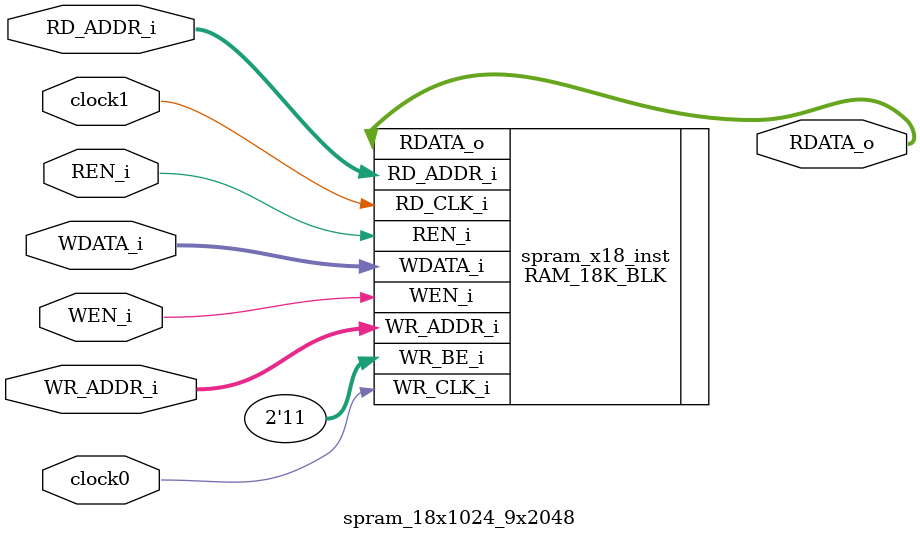
<source format=v>
module spram_9x2048_18x1024 (
    WEN_i,
    REN_i,
    clock0,
    clock1,
    WR_ADDR_i,
    RD_ADDR_i,
    WDATA_i,
    RDATA_o
);

parameter WR_ADDR_WIDTH = 11;
parameter RD_ADDR_WIDTH = 10;
parameter WR_DATA_WIDTH = 9;
parameter RD_DATA_WIDTH = 18;
parameter BE_WIDTH = 1;

input wire WEN_i;
input wire REN_i;
input wire clock0;
input wire clock1;
input wire [WR_ADDR_WIDTH-1 :0] WR_ADDR_i;
input wire [RD_ADDR_WIDTH-1 :0] RD_ADDR_i;
input wire [WR_DATA_WIDTH-1 :0] WDATA_i;
output wire [RD_DATA_WIDTH-1 :0] RDATA_o;

RAM_18K_BLK #(
              .WR_ADDR_WIDTH(WR_ADDR_WIDTH),
              .RD_ADDR_WIDTH(RD_ADDR_WIDTH),
              .WR_DATA_WIDTH(WR_DATA_WIDTH),
              .RD_DATA_WIDTH(RD_DATA_WIDTH),
              .BE_WIDTH(BE_WIDTH)
              ) spram_x18_inst (
              
              .WEN_i(WEN_i),
              .WR_BE_i(1'b1),
              .REN_i(REN_i),              
              .WR_CLK_i(clock0),
              .RD_CLK_i(clock1),
              .WR_ADDR_i(WR_ADDR_i),
              .RD_ADDR_i(RD_ADDR_i),
              .WDATA_i(WDATA_i),
              .RDATA_o(RDATA_o)
              );
              
endmodule    

module spram_18x1024_9x2048 (
    WEN_i,
    REN_i,
    clock0,
    clock1,
    WR_ADDR_i,
    RD_ADDR_i,
    WDATA_i,
    RDATA_o
);

parameter WR_ADDR_WIDTH = 10;
parameter RD_ADDR_WIDTH = 11;
parameter WR_DATA_WIDTH = 18;
parameter RD_DATA_WIDTH = 9;
parameter BE_WIDTH = 2;

input wire WEN_i;
input wire REN_i;
input wire clock0;
input wire clock1;
input wire [WR_ADDR_WIDTH-1 :0] WR_ADDR_i;
input wire [RD_ADDR_WIDTH-1 :0] RD_ADDR_i;
input wire [WR_DATA_WIDTH-1 :0] WDATA_i;
output wire [RD_DATA_WIDTH-1 :0] RDATA_o;

RAM_18K_BLK #(
              .WR_ADDR_WIDTH(WR_ADDR_WIDTH),
              .RD_ADDR_WIDTH(RD_ADDR_WIDTH),
              .WR_DATA_WIDTH(WR_DATA_WIDTH),
              .RD_DATA_WIDTH(RD_DATA_WIDTH),
              .BE_WIDTH(BE_WIDTH)
              ) spram_x18_inst (
              
              .WEN_i(WEN_i),
              .WR_BE_i(2'b11),
              .REN_i(REN_i),              
              .WR_CLK_i(clock0),
              .RD_CLK_i(clock1),
              .WR_ADDR_i(WR_ADDR_i),
              .RD_ADDR_i(RD_ADDR_i),
              .WDATA_i(WDATA_i),
              .RDATA_o(RDATA_o)
              );
              
endmodule    
</source>
